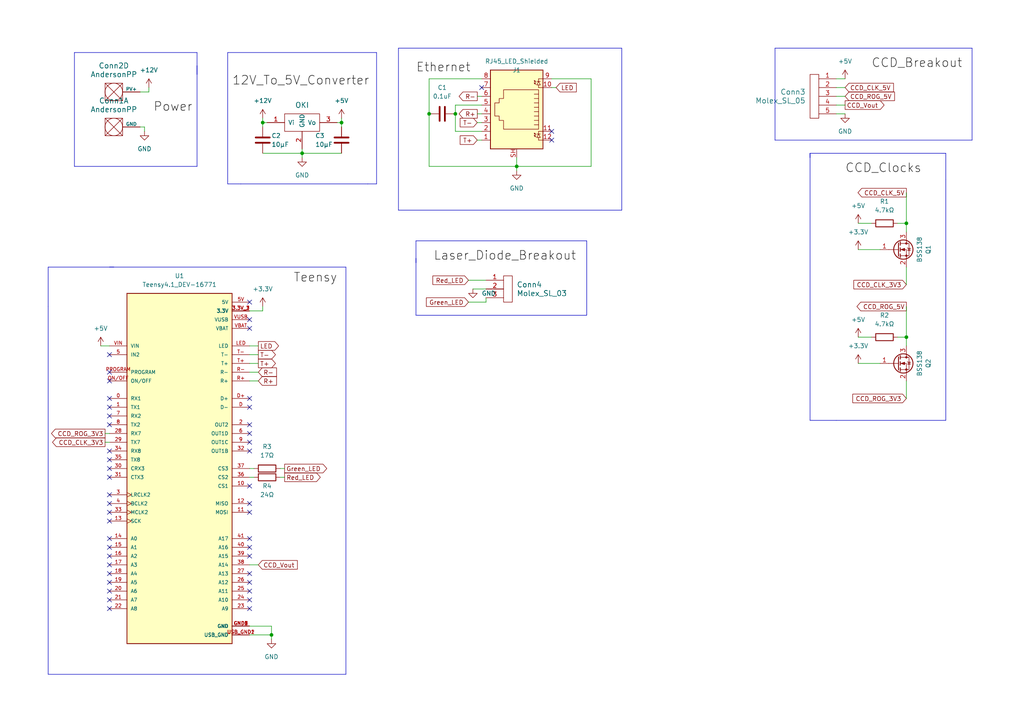
<source format=kicad_sch>
(kicad_sch (version 20230121) (generator eeschema)
  (paper "A4")
  (lib_symbols
    (symbol "Connector:RJ45_LED_Shielded" (pin_names (offset 1.016))
      (property "Reference" "J" (at -5.08 13.97 0))
      (property "Value" "RJ45_LED_Shielded" (at 1.27 13.97 0))
      (symbol "RJ45_LED_Shielded_0_1"
        (polyline (pts (xy -7.62 -7.62) (xy -6.35 -7.62)))
        (polyline (pts (xy -7.62 -5.08) (xy -6.35 -5.08)))
        (polyline (pts (xy -7.62 7.62) (xy -6.35 7.62)))
        (polyline (pts (xy -7.62 10.16) (xy -6.35 10.16)))
        (polyline (pts (xy -6.858 -5.842) (xy -5.842 -5.842)))
        (polyline (pts (xy -6.858 9.398) (xy -5.842 9.398)))
        (polyline (pts (xy -6.35 -7.62) (xy -6.35 -6.858)))
        (polyline (pts (xy -6.35 -5.08) (xy -6.35 -5.842)))
        (polyline (pts (xy -6.35 7.62) (xy -6.35 8.382)))
        (polyline (pts (xy -6.35 10.16) (xy -6.35 9.398)))
        (polyline (pts (xy -5.08 -6.223) (xy -5.207 -6.604)))
        (polyline (pts (xy -5.08 -5.588) (xy -5.207 -5.969)))
        (polyline (pts (xy -5.08 4.445) (xy -6.35 4.445)))
        (polyline (pts (xy -5.08 5.715) (xy -6.35 5.715)))
        (polyline (pts (xy -5.08 9.017) (xy -5.207 8.636)))
        (polyline (pts (xy -5.08 9.652) (xy -5.207 9.271)))
        (polyline (pts (xy -6.35 -3.175) (xy -5.08 -3.175) (xy -5.08 -3.175)))
        (polyline (pts (xy -6.35 -1.905) (xy -5.08 -1.905) (xy -5.08 -1.905)))
        (polyline (pts (xy -6.35 -0.635) (xy -5.08 -0.635) (xy -5.08 -0.635)))
        (polyline (pts (xy -6.35 0.635) (xy -5.08 0.635) (xy -5.08 0.635)))
        (polyline (pts (xy -6.35 1.905) (xy -5.08 1.905) (xy -5.08 1.905)))
        (polyline (pts (xy -5.588 -6.731) (xy -5.08 -6.223) (xy -5.461 -6.35)))
        (polyline (pts (xy -5.588 -6.096) (xy -5.08 -5.588) (xy -5.461 -5.715)))
        (polyline (pts (xy -5.588 8.509) (xy -5.08 9.017) (xy -5.461 8.89)))
        (polyline (pts (xy -5.588 9.144) (xy -5.08 9.652) (xy -5.461 9.525)))
        (polyline (pts (xy -5.08 3.175) (xy -6.35 3.175) (xy -6.35 3.175)))
        (polyline (pts (xy -6.35 -5.842) (xy -6.858 -6.858) (xy -5.842 -6.858) (xy -6.35 -5.842)))
        (polyline (pts (xy -6.35 9.398) (xy -6.858 8.382) (xy -5.842 8.382) (xy -6.35 9.398)))
        (polyline (pts (xy -6.35 -4.445) (xy -6.35 6.985) (xy 3.81 6.985) (xy 3.81 4.445) (xy 5.08 4.445) (xy 5.08 3.175) (xy 6.35 3.175) (xy 6.35 -0.635) (xy 5.08 -0.635) (xy 5.08 -1.905) (xy 3.81 -1.905) (xy 3.81 -4.445) (xy -6.35 -4.445) (xy -6.35 -4.445)))
        (rectangle (start 7.62 12.7) (end -7.62 -10.16) (stroke (width 0.254)) (fill (type background)))
      )
      (symbol "RJ45_LED_Shielded_1_1"
        (pin passive line (at 10.16 -7.62 180) (length 2.54) (name "~") (number "1"))
        (pin passive line (at -10.16 7.62 0) (length 2.54) (name "~") (number "10"))
        (pin passive line (at -10.16 -5.08 0) (length 2.54) (name "~") (number "11"))
        (pin passive line (at -10.16 -7.62 0) (length 2.54) (name "~") (number "12"))
        (pin passive line (at 10.16 -5.08 180) (length 2.54) (name "~") (number "2"))
        (pin passive line (at 10.16 -2.54 180) (length 2.54) (name "~") (number "3"))
        (pin passive line (at 10.16 0 180) (length 2.54) (name "~") (number "4"))
        (pin passive line (at 10.16 2.54 180) (length 2.54) (name "~") (number "5"))
        (pin passive line (at 10.16 5.08 180) (length 2.54) (name "~") (number "6"))
        (pin passive line (at 10.16 7.62 180) (length 2.54) (name "~") (number "7"))
        (pin passive line (at 10.16 10.16 180) (length 2.54) (name "~") (number "8"))
        (pin passive line (at -10.16 10.16 0) (length 2.54) (name "~") (number "9"))
        (pin passive line (at 0 -12.7 90) (length 2.54) (name "~") (number "SH"))
      )
    )
    (symbol "Device:C" (pin_numbers hide) (pin_names (offset 0.254))
      (property "Reference" "C" (at 0.635 2.54 0))
      (property "Value" "C" (at 0.635 -2.54 0))
      (symbol "C_0_1"
        (polyline (pts (xy -2.032 -0.762) (xy 2.032 -0.762)) (stroke (width 0.508)))
        (polyline (pts (xy -2.032 0.762) (xy 2.032 0.762)) (stroke (width 0.508)))
      )
      (symbol "C_1_1"
        (pin passive line (at 0 3.81 270) (length 2.794) (name "~") (number "1"))
        (pin passive line (at 0 -3.81 90) (length 2.794) (name "~") (number "2"))
      )
    )
    (symbol "Device:R" (pin_numbers hide) (pin_names (offset 0))
      (property "Reference" "R" (at 2.032 0 90))
      (property "Value" "R" (at 0 0 90))
      (symbol "R_0_1"
        (rectangle (start -1.016 -2.54) (end 1.016 2.54) (stroke (width 0.254)))
      )
      (symbol "R_1_1"
        (pin passive line (at 0 3.81 270) (length 1.27) (name "~") (number "1"))
        (pin passive line (at 0 -3.81 90) (length 1.27) (name "~") (number "2"))
      )
    )
    (symbol "MRDT_Connectors:AndersonPP" (pin_numbers hide) (pin_names (offset 0))
      (property "Reference" "Conn" (at 3.81 -1.27 0))
      (property "Value" "AndersonPP" (at 2.54 6.35 0))
      (symbol "AndersonPP_0_1"
        (polyline (pts (xy 0 5.08) (xy 5.08 0)))
        (polyline (pts (xy 5.08 5.08) (xy 0 0)))
        (rectangle (start 0 0) (end 5.08 5.08))
        (circle (center 2.54 2.54) (radius 2.54))
      )
      (symbol "AndersonPP_1_1"
        (pin input line (at 10.16 2.54 180) (length 5.08) (name "GND") (number "1"))
      )
      (symbol "AndersonPP_2_1"
        (pin input line (at 10.16 2.54 180) (length 5.08) (name "V+Log") (number "2"))
      )
      (symbol "AndersonPP_3_1"
        (pin input line (at 10.16 2.54 180) (length 5.08) (name "V+Act") (number "3"))
      )
      (symbol "AndersonPP_4_1"
        (pin input line (at 10.16 2.54 180) (length 5.08) (name "PV+") (number "4"))
      )
      (symbol "AndersonPP_5_1"
        (pin input line (at 10.16 2.54 180) (length 5.08) (name "~") (number "1"))
      )
    )
    (symbol "MRDT_Connectors:Molex_SL_03" (pin_names (offset 1.016))
      (property "Reference" "Conn" (at 3.81 -1.27 0))
      (property "Value" "Molex_SL_03" (at 1.27 8.89 0))
      (symbol "Molex_SL_03_0_1"
        (rectangle (start 0 7.62) (end 2.54 0))
      )
      (symbol "Molex_SL_03_1_1"
        (pin input line (at -5.08 6.35 0) (length 5.08) (name "~") (number "1"))
        (pin input line (at -5.08 3.81 0) (length 5.08) (name "~") (number "2"))
        (pin input line (at -5.08 1.27 0) (length 5.08) (name "~") (number "3"))
      )
    )
    (symbol "MRDT_Connectors:Molex_SL_05" (pin_names (offset 1.016))
      (property "Reference" "Conn" (at 3.81 -1.27 0))
      (property "Value" "Molex_SL_05" (at 1.27 13.97 0))
      (symbol "Molex_SL_05_0_1"
        (rectangle (start 0 12.7) (end 2.54 0))
      )
      (symbol "Molex_SL_05_1_1"
        (pin input line (at -5.08 11.43 0) (length 5.08) (name "~") (number "1"))
        (pin input line (at -5.08 8.89 0) (length 5.08) (name "~") (number "2"))
        (pin input line (at -5.08 6.35 0) (length 5.08) (name "~") (number "3"))
        (pin input line (at -5.08 3.81 0) (length 5.08) (name "~") (number "4"))
        (pin input line (at -5.08 1.27 0) (length 5.08) (name "~") (number "5"))
      )
    )
    (symbol "MRDT_Devices:OKI" (pin_names (offset 1.016))
      (property "Value" "OKI" (at 5.08 6.35 0))
      (symbol "OKI_0_1"
        (rectangle (start 0 0) (end 10.16 5.08))
      )
      (symbol "OKI_1_1"
        (pin input line (at -5.08 2.54 0) (length 5.08) (name "Vi") (number "1"))
        (pin output line (at 5.08 -5.08 90) (length 5.08) (name "GND") (number "2"))
        (pin output line (at 15.24 2.54 180) (length 5.08) (name "Vo") (number "3"))
      )
    )
    (symbol "MRDT_Shields:Teensy4.1_DEV-16771" (pin_names (offset 1.016))
      (property "Reference" "U" (at -15.24 52.07 0))
      (property "Value" "Teensy4.1_DEV-16771" (at -15.24 -53.34 0))
      (symbol "Teensy4.1_DEV-16771_0_0"
        (rectangle (start -15.24 -50.8) (end 15.24 50.8) (stroke (width 0.254)) (fill (type background)))
        (pin bidirectional line (at -20.32 20.32 0) (length 5.08) (name "RX1") (number "0"))
        (pin bidirectional line (at -20.32 17.78 0) (length 5.08) (name "TX1") (number "1"))
        (pin bidirectional line (at 20.32 -5.08 180) (length 5.08) (name "CS1") (number "10"))
        (pin bidirectional line (at 20.32 -12.7 180) (length 5.08) (name "MOSI") (number "11"))
        (pin bidirectional line (at 20.32 -10.16 180) (length 5.08) (name "MISO") (number "12"))
        (pin bidirectional clock (at -20.32 -15.24 0) (length 5.08) (name "SCK") (number "13"))
        (pin bidirectional line (at -20.32 -20.32 0) (length 5.08) (name "A0") (number "14"))
        (pin bidirectional line (at -20.32 -22.86 0) (length 5.08) (name "A1") (number "15"))
        (pin bidirectional line (at -20.32 -25.4 0) (length 5.08) (name "A2") (number "16"))
        (pin bidirectional line (at -20.32 -27.94 0) (length 5.08) (name "A3") (number "17"))
        (pin bidirectional line (at -20.32 -30.48 0) (length 5.08) (name "A4") (number "18"))
        (pin bidirectional line (at -20.32 -33.02 0) (length 5.08) (name "A5") (number "19"))
        (pin output line (at 20.32 12.7 180) (length 5.08) (name "OUT2") (number "2"))
        (pin bidirectional line (at -20.32 -35.56 0) (length 5.08) (name "A6") (number "20"))
        (pin bidirectional line (at -20.32 -38.1 0) (length 5.08) (name "A7") (number "21"))
        (pin bidirectional line (at -20.32 -40.64 0) (length 5.08) (name "A8") (number "22"))
        (pin bidirectional line (at 20.32 -40.64 180) (length 5.08) (name "A9") (number "23"))
        (pin bidirectional line (at 20.32 -38.1 180) (length 5.08) (name "A10") (number "24"))
        (pin bidirectional line (at 20.32 -35.56 180) (length 5.08) (name "A11") (number "25"))
        (pin bidirectional line (at 20.32 -33.02 180) (length 5.08) (name "A12") (number "26"))
        (pin bidirectional line (at 20.32 -30.48 180) (length 5.08) (name "A13") (number "27"))
        (pin bidirectional line (at -20.32 10.16 0) (length 5.08) (name "RX7") (number "28"))
        (pin bidirectional line (at -20.32 7.62 0) (length 5.08) (name "TX7") (number "29"))
        (pin bidirectional clock (at -20.32 -7.62 0) (length 5.08) (name "LRCLK2") (number "3"))
        (pin power_in line (at 20.32 45.72 180) (length 5.08) (name "3.3V") (number "3.3V_1"))
        (pin power_in line (at 20.32 45.72 180) (length 5.08) (name "3.3V") (number "3.3V_2"))
        (pin power_in line (at 20.32 45.72 180) (length 5.08) (name "3.3V") (number "3.3V_3"))
        (pin bidirectional line (at -20.32 0 0) (length 5.08) (name "CRX3") (number "30"))
        (pin bidirectional line (at -20.32 -2.54 0) (length 5.08) (name "CTX3") (number "31"))
        (pin output line (at 20.32 5.08 180) (length 5.08) (name "OUT1B") (number "32"))
        (pin bidirectional clock (at -20.32 -12.7 0) (length 5.08) (name "MCLK2") (number "33"))
        (pin bidirectional line (at -20.32 5.08 0) (length 5.08) (name "RX8") (number "34"))
        (pin bidirectional line (at -20.32 2.54 0) (length 5.08) (name "TX8") (number "35"))
        (pin bidirectional line (at 20.32 -2.54 180) (length 5.08) (name "CS2") (number "36"))
        (pin bidirectional line (at 20.32 0 180) (length 5.08) (name "CS3") (number "37"))
        (pin bidirectional line (at 20.32 -27.94 180) (length 5.08) (name "A14") (number "38"))
        (pin bidirectional line (at 20.32 -25.4 180) (length 5.08) (name "A15") (number "39"))
        (pin bidirectional clock (at -20.32 -10.16 0) (length 5.08) (name "BCLK2") (number "4"))
        (pin bidirectional line (at 20.32 -22.86 180) (length 5.08) (name "A16") (number "40"))
        (pin bidirectional line (at 20.32 -20.32 180) (length 5.08) (name "A17") (number "41"))
        (pin bidirectional line (at -20.32 33.02 0) (length 5.08) (name "IN2") (number "5"))
        (pin power_in line (at 20.32 48.26 180) (length 5.08) (name "5V") (number "5V"))
        (pin output line (at 20.32 10.16 180) (length 5.08) (name "OUT1D") (number "6"))
        (pin bidirectional line (at -20.32 15.24 0) (length 5.08) (name "RX2") (number "7"))
        (pin bidirectional line (at -20.32 12.7 0) (length 5.08) (name "TX2") (number "8"))
        (pin output line (at 20.32 7.62 180) (length 5.08) (name "OUT1C") (number "9"))
        (pin bidirectional line (at 20.32 17.78 180) (length 5.08) (name "D-") (number "D"))
        (pin bidirectional line (at 20.32 20.32 180) (length 5.08) (name "D+") (number "D+"))
        (pin power_in line (at 20.32 -45.72 180) (length 5.08) (name "GND") (number "GND1"))
        (pin power_in line (at 20.32 -45.72 180) (length 5.08) (name "GND") (number "GND2"))
        (pin power_in line (at 20.32 -45.72 180) (length 5.08) (name "GND") (number "GND3"))
        (pin power_in line (at 20.32 -45.72 180) (length 5.08) (name "GND") (number "GND4"))
        (pin power_in line (at 20.32 -45.72 180) (length 5.08) (name "GND") (number "GND5"))
        (pin bidirectional line (at 20.32 35.56 180) (length 5.08) (name "LED") (number "LED"))
        (pin bidirectional line (at -20.32 25.4 0) (length 5.08) (name "ON/OFF") (number "ON/OFF"))
        (pin bidirectional line (at -20.32 27.94 0) (length 5.08) (name "PROGRAM") (number "PROGRAM"))
        (pin bidirectional line (at 20.32 25.4 180) (length 5.08) (name "R+") (number "R+"))
        (pin bidirectional line (at 20.32 27.94 180) (length 5.08) (name "R-") (number "R-"))
        (pin bidirectional line (at 20.32 30.48 180) (length 5.08) (name "T+") (number "T+"))
        (pin bidirectional line (at 20.32 33.02 180) (length 5.08) (name "T-") (number "T-"))
        (pin power_in line (at 20.32 -48.26 180) (length 5.08) (name "USB_GND") (number "USB_GND1"))
        (pin power_in line (at 20.32 -48.26 180) (length 5.08) (name "USB_GND") (number "USB_GND2"))
        (pin passive line (at 20.32 40.64 180) (length 5.08) (name "VBAT") (number "VBAT"))
        (pin input line (at -20.32 35.56 0) (length 5.08) (name "VIN") (number "VIN"))
        (pin passive line (at 20.32 43.18 180) (length 5.08) (name "VUSB") (number "VUSB"))
      )
    )
    (symbol "Transistor_FET:BSS138" (pin_names hide)
      (property "Reference" "Q" (at 5.08 1.905 0))
      (property "Value" "BSS138" (at 5.08 0 0))
      (symbol "BSS138_0_1"
        (polyline (pts (xy 0.254 0) (xy -2.54 0)))
        (polyline (pts (xy 0.254 1.905) (xy 0.254 -1.905)) (stroke (width 0.254)))
        (polyline (pts (xy 0.762 -1.27) (xy 0.762 -2.286)) (stroke (width 0.254)))
        (polyline (pts (xy 0.762 0.508) (xy 0.762 -0.508)) (stroke (width 0.254)))
        (polyline (pts (xy 0.762 2.286) (xy 0.762 1.27)) (stroke (width 0.254)))
        (polyline (pts (xy 2.54 2.54) (xy 2.54 1.778)))
        (polyline (pts (xy 2.54 -2.54) (xy 2.54 0) (xy 0.762 0)))
        (polyline (pts (xy 0.762 -1.778) (xy 3.302 -1.778) (xy 3.302 1.778) (xy 0.762 1.778)))
        (polyline (pts (xy 1.016 0) (xy 2.032 0.381) (xy 2.032 -0.381) (xy 1.016 0)) (fill (type outline)))
        (polyline (pts (xy 2.794 0.508) (xy 2.921 0.381) (xy 3.683 0.381) (xy 3.81 0.254)))
        (polyline (pts (xy 3.302 0.381) (xy 2.921 -0.254) (xy 3.683 -0.254) (xy 3.302 0.381)))
        (circle (center 1.651 0) (radius 2.794) (stroke (width 0.254)))
        (circle (center 2.54 -1.778) (radius 0.254) (fill (type outline)))
        (circle (center 2.54 1.778) (radius 0.254) (fill (type outline)))
      )
      (symbol "BSS138_1_1"
        (pin input line (at -5.08 0 0) (length 2.54) (name "G") (number "1"))
        (pin passive line (at 2.54 -5.08 90) (length 2.54) (name "S") (number "2"))
        (pin passive line (at 2.54 5.08 270) (length 2.54) (name "D") (number "3"))
      )
    )
    (symbol "power:+12V" (power) (pin_names (offset 0))
      (property "Value" "+12V" (at 0 3.556 0))
      (symbol "+12V_0_1"
        (polyline (pts (xy -0.762 1.27) (xy 0 2.54)))
        (polyline (pts (xy 0 0) (xy 0 2.54)))
        (polyline (pts (xy 0 2.54) (xy 0.762 1.27)))
      )
      (symbol "+12V_1_1"
        (pin power_in line (at 0 0 90) (length 0) hide (name "+12V") (number "1"))
      )
    )
    (symbol "power:+3.3V" (power) (pin_names (offset 0))
      (property "Value" "+3.3V" (at 0 3.556 0))
      (symbol "+3.3V_0_1"
        (polyline (pts (xy -0.762 1.27) (xy 0 2.54)))
        (polyline (pts (xy 0 0) (xy 0 2.54)))
        (polyline (pts (xy 0 2.54) (xy 0.762 1.27)))
      )
      (symbol "+3.3V_1_1"
        (pin power_in line (at 0 0 90) (length 0) hide (name "+3.3V") (number "1"))
      )
    )
    (symbol "power:+5V" (power) (pin_names (offset 0))
      (property "Value" "+5V" (at 0 3.556 0))
      (symbol "+5V_0_1"
        (polyline (pts (xy -0.762 1.27) (xy 0 2.54)))
        (polyline (pts (xy 0 0) (xy 0 2.54)))
        (polyline (pts (xy 0 2.54) (xy 0.762 1.27)))
      )
      (symbol "+5V_1_1"
        (pin power_in line (at 0 0 90) (length 0) hide (name "+5V") (number "1"))
      )
    )
    (symbol "power:GND" (power) (pin_names (offset 0))
      (property "Value" "GND" (at 0 -3.81 0))
      (symbol "GND_0_1"
        (polyline (pts (xy 0 0) (xy 0 -1.27) (xy 1.27 -1.27) (xy 0 -2.54) (xy -1.27 -1.27) (xy 0 -1.27)))
      )
      (symbol "GND_1_1"
        (pin power_in line (at 0 0 270) (length 0) hide (name "GND") (number "1"))
      )
    )
  )
  (junction (at 78.74 184.15))
  (junction (at 149.86 48.26))
  (junction (at 99.06 35.56))
  (junction (at 124.46 33.02))
  (junction (at 262.89 97.79))
  (junction (at 132.08 33.02))
  (junction (at 262.89 64.77))
  (junction (at 76.2 35.56))
  (junction (at 87.63 44.45))
  (no_connect (at 72.39 156.21))
  (no_connect (at 72.39 87.63))
  (no_connect (at 72.39 171.45))
  (no_connect (at 31.75 171.45))
  (no_connect (at 31.75 133.35))
  (no_connect (at 31.75 120.65))
  (no_connect (at 31.75 151.13))
  (no_connect (at 72.39 125.73))
  (no_connect (at 31.75 176.53))
  (no_connect (at 31.75 146.05))
  (no_connect (at 31.75 123.19))
  (no_connect (at 160.02 38.1))
  (no_connect (at 72.39 123.19))
  (no_connect (at 31.75 158.75))
  (no_connect (at 31.75 110.49))
  (no_connect (at 72.39 140.97))
  (no_connect (at 139.7 25.4))
  (no_connect (at 31.75 161.29))
  (no_connect (at 31.75 130.81))
  (no_connect (at 31.75 118.11))
  (no_connect (at 31.75 107.95))
  (no_connect (at 72.39 173.99))
  (no_connect (at 72.39 176.53))
  (no_connect (at 72.39 92.71))
  (no_connect (at 72.39 146.05))
  (no_connect (at 31.75 143.51))
  (no_connect (at 72.39 158.75))
  (no_connect (at 31.75 163.83))
  (no_connect (at 31.75 138.43))
  (no_connect (at 31.75 115.57))
  (no_connect (at 72.39 95.25))
  (no_connect (at 31.75 156.21))
  (no_connect (at 31.75 148.59))
  (no_connect (at 31.75 168.91))
  (no_connect (at 31.75 173.99))
  (no_connect (at 72.39 168.91))
  (no_connect (at 72.39 118.11))
  (no_connect (at 31.75 102.87))
  (no_connect (at 72.39 115.57))
  (no_connect (at 72.39 161.29))
  (no_connect (at 72.39 166.37))
  (no_connect (at 72.39 130.81))
  (no_connect (at 72.39 148.59))
  (no_connect (at 72.39 128.27))
  (no_connect (at 160.02 40.64))
  (no_connect (at 31.75 166.37))
  (no_connect (at 31.75 135.89))
  (polyline (pts (xy 13.97 88.9) (xy 13.97 77.47)))
  (polyline (pts (xy 109.22 53.34) (xy 109.22 15.24)))
  (wire (pts (xy 135.89 81.28) (xy 140.97 81.28)))
  (wire (pts (xy 171.45 22.86) (xy 171.45 48.26)))
  (polyline (pts (xy 120.65 69.85) (xy 120.65 76.2)))
  (wire (pts (xy 149.86 45.72) (xy 149.86 48.26)))
  (polyline (pts (xy 274.32 52.07) (xy 274.32 44.45)))
  (wire (pts (xy 87.63 44.45) (xy 87.63 45.72)))
  (wire (pts (xy 87.63 43.18) (xy 87.63 44.45)))
  (wire (pts (xy 248.92 97.79) (xy 252.73 97.79)))
  (wire (pts (xy 138.43 35.56) (xy 139.7 35.56)))
  (polyline (pts (xy 13.97 195.58) (xy 100.33 195.58)))
  (wire (pts (xy 132.08 30.48) (xy 132.08 33.02)))
  (wire (pts (xy 40.64 36.83) (xy 41.91 36.83)))
  (wire (pts (xy 72.39 184.15) (xy 78.74 184.15)))
  (wire (pts (xy 160.02 22.86) (xy 171.45 22.86)))
  (polyline (pts (xy 109.22 15.24) (xy 66.04 15.24)))
  (wire (pts (xy 76.2 88.9) (xy 76.2 90.17)))
  (polyline (pts (xy 66.04 15.24) (xy 66.04 53.34)))
  (polyline (pts (xy 180.34 13.97) (xy 180.34 60.96)))
  (wire (pts (xy 260.35 97.79) (xy 262.89 97.79)))
  (wire (pts (xy 242.57 22.86) (xy 245.11 22.86)))
  (wire (pts (xy 82.55 135.89) (xy 81.28 135.89)))
  (polyline (pts (xy 106.68 53.34) (xy 109.22 53.34)))
  (wire (pts (xy 29.21 100.33) (xy 31.75 100.33)))
  (polyline (pts (xy 57.15 19.05) (xy 57.15 48.26)))
  (wire (pts (xy 132.08 33.02) (xy 132.08 38.1)))
  (wire (pts (xy 72.39 181.61) (xy 78.74 181.61)))
  (wire (pts (xy 72.39 105.41) (xy 74.93 105.41)))
  (wire (pts (xy 135.89 87.63) (xy 140.97 87.63)))
  (wire (pts (xy 262.89 110.49) (xy 262.89 115.57)))
  (wire (pts (xy 72.39 110.49) (xy 74.93 110.49)))
  (polyline (pts (xy 120.65 74.93) (xy 120.65 91.44)))
  (wire (pts (xy 30.48 128.27) (xy 31.75 128.27)))
  (polyline (pts (xy 274.32 121.92) (xy 274.32 52.07)))
  (wire (pts (xy 160.02 25.4) (xy 161.29 25.4)))
  (polyline (pts (xy 224.79 40.64) (xy 224.79 13.97)))
  (polyline (pts (xy 57.15 48.26) (xy 21.59 48.26)))
  (wire (pts (xy 43.18 26.67) (xy 43.18 25.4)))
  (wire (pts (xy 138.43 27.94) (xy 139.7 27.94)))
  (wire (pts (xy 40.64 26.67) (xy 43.18 26.67)))
  (wire (pts (xy 82.55 138.43) (xy 81.28 138.43)))
  (polyline (pts (xy 13.97 77.47) (xy 33.02 77.47)))
  (polyline (pts (xy 170.18 69.85) (xy 120.65 69.85)))
  (wire (pts (xy 262.89 55.88) (xy 262.89 64.77)))
  (wire (pts (xy 76.2 35.56) (xy 77.47 35.56)))
  (wire (pts (xy 76.2 35.56) (xy 76.2 36.83)))
  (wire (pts (xy 124.46 48.26) (xy 149.86 48.26)))
  (polyline (pts (xy 21.59 48.26) (xy 21.59 15.24)))
  (polyline (pts (xy 242.57 121.92) (xy 274.32 121.92)))
  (wire (pts (xy 78.74 184.15) (xy 78.74 185.42)))
  (wire (pts (xy 242.57 33.02) (xy 245.11 33.02)))
  (polyline (pts (xy 274.32 44.45) (xy 273.05 44.45)))
  (wire (pts (xy 242.57 27.94) (xy 245.11 27.94)))
  (wire (pts (xy 149.86 48.26) (xy 149.86 49.53)))
  (wire (pts (xy 87.63 44.45) (xy 99.06 44.45)))
  (wire (pts (xy 137.16 83.82) (xy 140.97 83.82)))
  (polyline (pts (xy 13.97 88.9) (xy 13.97 195.58)))
  (wire (pts (xy 76.2 44.45) (xy 87.63 44.45)))
  (wire (pts (xy 262.89 88.9) (xy 262.89 97.79)))
  (wire (pts (xy 72.39 100.33) (xy 74.93 100.33)))
  (wire (pts (xy 72.39 163.83) (xy 74.93 163.83)))
  (wire (pts (xy 41.91 36.83) (xy 41.91 38.1)))
  (polyline (pts (xy 115.57 13.97) (xy 115.57 60.96)))
  (wire (pts (xy 76.2 90.17) (xy 72.39 90.17)))
  (polyline (pts (xy 274.32 44.45) (xy 234.95 44.45)))
  (polyline (pts (xy 21.59 15.24) (xy 57.15 15.24)))
  (polyline (pts (xy 120.65 91.44) (xy 170.18 91.44)))
  (wire (pts (xy 138.43 40.64) (xy 139.7 40.64)))
  (polyline (pts (xy 115.57 13.97) (xy 180.34 13.97)))
  (wire (pts (xy 72.39 135.89) (xy 73.66 135.89)))
  (wire (pts (xy 97.79 35.56) (xy 99.06 35.56)))
  (polyline (pts (xy 69.85 53.34) (xy 106.68 53.34)))
  (wire (pts (xy 76.2 34.29) (xy 76.2 35.56)))
  (polyline (pts (xy 180.34 60.96) (xy 115.57 60.96)))
  (wire (pts (xy 242.57 30.48) (xy 245.11 30.48)))
  (wire (pts (xy 262.89 64.77) (xy 262.89 67.31)))
  (polyline (pts (xy 234.95 121.92) (xy 242.57 121.92)))
  (wire (pts (xy 242.57 25.4) (xy 245.11 25.4)))
  (polyline (pts (xy 57.15 15.24) (xy 57.15 21.59)))
  (wire (pts (xy 262.89 97.79) (xy 262.89 100.33)))
  (wire (pts (xy 140.97 87.63) (xy 140.97 86.36)))
  (wire (pts (xy 72.39 107.95) (xy 74.93 107.95)))
  (wire (pts (xy 72.39 102.87) (xy 74.93 102.87)))
  (wire (pts (xy 248.92 72.39) (xy 255.27 72.39)))
  (polyline (pts (xy 234.95 44.45) (xy 234.95 45.72)))
  (polyline (pts (xy 100.33 195.58) (xy 100.33 77.47)))
  (wire (pts (xy 248.92 105.41) (xy 255.27 105.41)))
  (polyline (pts (xy 281.94 13.97) (xy 281.94 40.64)))
  (polyline (pts (xy 224.79 13.97) (xy 226.06 13.97)))
  (wire (pts (xy 248.92 64.77) (xy 252.73 64.77)))
  (polyline (pts (xy 281.94 40.64) (xy 224.79 40.64)))
  (wire (pts (xy 124.46 22.86) (xy 124.46 33.02)))
  (wire (pts (xy 138.43 33.02) (xy 139.7 33.02)))
  (wire (pts (xy 124.46 33.02) (xy 124.46 48.26)))
  (polyline (pts (xy 170.18 91.44) (xy 170.18 69.85)))
  (wire (pts (xy 78.74 181.61) (xy 78.74 184.15)))
  (polyline (pts (xy 226.06 13.97) (xy 281.94 13.97)))
  (wire (pts (xy 99.06 35.56) (xy 99.06 34.29)))
  (wire (pts (xy 260.35 64.77) (xy 262.89 64.77)))
  (wire (pts (xy 262.89 77.47) (xy 262.89 82.55)))
  (wire (pts (xy 149.86 48.26) (xy 171.45 48.26)))
  (polyline (pts (xy 100.33 77.47) (xy 31.75 77.47)))
  (wire (pts (xy 139.7 30.48) (xy 132.08 30.48)))
  (wire (pts (xy 72.39 138.43) (xy 73.66 138.43)))
  (wire (pts (xy 99.06 35.56) (xy 99.06 36.83)))
  (wire (pts (xy 139.7 38.1) (xy 132.08 38.1)))
  (polyline (pts (xy 234.95 44.45) (xy 234.95 121.92)))
  (wire (pts (xy 124.46 22.86) (xy 139.7 22.86)))
  (wire (pts (xy 30.48 125.73) (xy 31.75 125.73)))
  (polyline (pts (xy 66.04 53.34) (xy 69.85 53.34)))
  (label "Laser_Diode_Breakout" (at 125.73 76.2 0) (effects (font (size 2.54 2.54))))
  (label "CCD_Clocks" (at 245.11 50.8 0) (effects (font (size 2.54 2.54))))
  (label "Teensy" (at 85.09 82.55 0) (effects (font (size 2.54 2.54))))
  (label "CCD_Breakout" (at 252.73 20.32 0) (effects (font (size 2.54 2.54))))
  (label "Ethernet" (at 120.65 21.59 0) (effects (font (size 2.54 2.54))))
  (label "Power" (at 44.45 33.02 0) (effects (font (size 2.54 2.54))))
  (label "12V_To_5V_Converter" (at 67.31 25.4 0) (effects (font (size 2.54 2.54))))
  (global_label "Green_LED" (shape input) (at 135.89 87.63 180) (property "Intersheetrefs" "${INTERSHEET_REFS}" (effects hide)))
  (global_label "R-" (shape input) (at 74.93 107.95 0) (property "Intersheetrefs" "${INTERSHEET_REFS}" (effects hide)))
  (global_label "CCD_CLK_5V" (shape output) (at 262.89 55.88 180) (property "Intersheetrefs" "${INTERSHEET_REFS}" (effects hide)))
  (global_label "LED" (shape input) (at 161.29 25.4 0) (property "Intersheetrefs" "${INTERSHEET_REFS}" (effects hide)))
  (global_label "CCD_ROG_3V3" (shape output) (at 30.48 125.73 180) (property "Intersheetrefs" "${INTERSHEET_REFS}" (effects hide)))
  (global_label "T-" (shape output) (at 74.93 102.87 0) (property "Intersheetrefs" "${INTERSHEET_REFS}" (effects hide)))
  (global_label "CCD_CLK_3V3" (shape input) (at 262.89 82.55 180) (property "Intersheetrefs" "${INTERSHEET_REFS}" (effects hide)))
  (global_label "Green_LED" (shape output) (at 82.55 135.89 0) (property "Intersheetrefs" "${INTERSHEET_REFS}" (effects hide)))
  (global_label "CCD_ROG_3V3" (shape input) (at 262.89 115.57 180) (property "Intersheetrefs" "${INTERSHEET_REFS}" (effects hide)))
  (global_label "CCD_CLK_3V3" (shape output) (at 30.48 128.27 180) (property "Intersheetrefs" "${INTERSHEET_REFS}" (effects hide)))
  (global_label "CCD_CLK_5V" (shape input) (at 245.11 25.4 0) (property "Intersheetrefs" "${INTERSHEET_REFS}" (effects hide)))
  (global_label "CCD_Vout" (shape input) (at 74.93 163.83 0) (property "Intersheetrefs" "${INTERSHEET_REFS}" (effects hide)))
  (global_label "LED" (shape output) (at 74.93 100.33 0) (property "Intersheetrefs" "${INTERSHEET_REFS}" (effects hide)))
  (global_label "T+" (shape output) (at 74.93 105.41 0) (property "Intersheetrefs" "${INTERSHEET_REFS}" (effects hide)))
  (global_label "CCD_ROG_5V" (shape input) (at 245.11 27.94 0) (property "Intersheetrefs" "${INTERSHEET_REFS}" (effects hide)))
  (global_label "R+" (shape input) (at 74.93 110.49 0) (property "Intersheetrefs" "${INTERSHEET_REFS}" (effects hide)))
  (global_label "T-" (shape input) (at 138.43 35.56 180) (property "Intersheetrefs" "${INTERSHEET_REFS}" (effects hide)))
  (global_label "T+" (shape input) (at 138.43 40.64 180) (property "Intersheetrefs" "${INTERSHEET_REFS}" (effects hide)))
  (global_label "R-" (shape output) (at 138.43 27.94 180) (property "Intersheetrefs" "${INTERSHEET_REFS}" (effects hide)))
  (global_label "CCD_ROG_5V" (shape output) (at 262.89 88.9 180) (property "Intersheetrefs" "${INTERSHEET_REFS}" (effects hide)))
  (global_label "CCD_Vout" (shape output) (at 245.11 30.48 0) (property "Intersheetrefs" "${INTERSHEET_REFS}" (effects hide)))
  (global_label "Red_LED" (shape output) (at 82.55 138.43 0) (property "Intersheetrefs" "${INTERSHEET_REFS}" (effects hide)))
  (global_label "R+" (shape output) (at 138.43 33.02 180) (property "Intersheetrefs" "${INTERSHEET_REFS}" (effects hide)))
  (global_label "Red_LED" (shape input) (at 135.89 81.28 180) (property "Intersheetrefs" "${INTERSHEET_REFS}" (effects hide)))
  (symbol (lib_id "MRDT_Shields:Teensy4.1_DEV-16771") (at 52.07 135.89 0) (unit 1)
    (property "Reference" "U1" (at 52.07 80.01 0))
    (property "Value" "Teensy4.1_DEV-16771" (at 52.07 82.55 0))
    (property "Footprint" "MRDT_Shields:Teensy_4_1_Ethernet" (effects hide))
    (property "STANDARD" "Manufacturer recommendations" (effects hide))
    (property "MAXIMUM_PACKAGE_HEIGHT" "4.07mm" (effects hide))
    (property "MANUFACTURER" "SparkFun Electronics" (effects hide))
    (property "PARTREV" "4.1" (effects hide))
  )
  (symbol (lib_id "MRDT_Connectors:Molex_SL_03") (at 146.05 87.63 0) (unit 1)
    (property "Reference" "Conn4" (at 149.86 82.55 0) (effects (font (size 1.524 1.524)) (justify left)))
    (property "Value" "Molex_SL_03" (at 149.86 85.09 0) (effects (font (size 1.524 1.524)) (justify left)))
  )
  (symbol (lib_id "Device:C") (at 128.27 33.02 270) (unit 1)
    (property "Reference" "C1" (at 128.27 25.4 90))
    (property "Value" "0.1uF" (at 128.27 27.94 90))
    (property "Footprint" "Capacitor_SMD:C_0603_1608Metric_Pad1.08x0.95mm_HandSolder" (effects hide))
  )
  (symbol (lib_id "power:+5V") (at 29.21 100.33 0) (unit 1)
    (property "Reference" "#PWR010" (effects hide))
    (property "Value" "+5V" (at 29.21 95.25 0))
  )
  (symbol (lib_id "Device:R") (at 77.47 135.89 90) (unit 1)
    (property "Reference" "R3" (at 77.47 129.54 90))
    (property "Value" "17Ω" (at 77.47 132.08 90))
  )
  (symbol (lib_id "power:GND") (at 149.86 49.53 0) (unit 1)
    (property "Reference" "#PWR04" (effects hide))
    (property "Value" "GND" (at 149.86 54.61 0))
  )
  (symbol (lib_id "power:+5V") (at 99.06 34.29 0) (unit 1)
    (property "Reference" "#PWR014" (effects hide))
    (property "Value" "+5V" (at 99.06 29.21 0))
  )
  (symbol (lib_id "power:GND") (at 41.91 38.1 0) (unit 1)
    (property "Reference" "#PWR02" (effects hide))
    (property "Value" "GND" (at 41.91 43.18 0))
  )
  (symbol (lib_id "MRDT_Connectors:AndersonPP") (at 30.48 39.37 0) (unit 1)
    (property "Reference" "Conn1" (at 33.02 29.21 0) (effects (font (size 1.524 1.524))))
    (property "Value" "AndersonPP" (at 33.02 31.75 0) (effects (font (size 1.524 1.524))))
  )
  (symbol (lib_id "Transistor_FET:BSS138") (at 260.35 105.41 0) (unit 1)
    (property "Reference" "Q2" (at 269.24 105.41 90))
    (property "Value" "BSS138" (at 266.7 105.41 90))
    (property "Footprint" "Package_TO_SOT_SMD:SOT-23" (effects hide))
    (property "Datasheet" "https://www.onsemi.com/pub/Collateral/BSS138-D.PDF" (effects hide))
  )
  (symbol (lib_id "Device:R") (at 77.47 138.43 90) (unit 1)
    (property "Reference" "R4" (at 77.47 140.97 90))
    (property "Value" "24Ω" (at 77.47 143.51 90))
  )
  (symbol (lib_id "power:+3.3V") (at 248.92 105.41 0) (unit 1)
    (property "Reference" "#PWR09" (effects hide))
    (property "Value" "+3.3V" (at 248.92 100.33 0))
  )
  (symbol (lib_id "power:GND") (at 78.74 185.42 0) (unit 1)
    (property "Reference" "#PWR01" (effects hide))
    (property "Value" "GND" (at 78.74 190.5 0))
  )
  (symbol (lib_id "power:GND") (at 87.63 45.72 0) (unit 1)
    (property "Reference" "#PWR015" (effects hide))
    (property "Value" "GND" (at 87.63 50.8 0))
  )
  (symbol (lib_id "power:+12V") (at 76.2 34.29 0) (unit 1)
    (property "Reference" "#PWR013" (effects hide))
    (property "Value" "+12V" (at 76.2 29.21 0))
  )
  (symbol (lib_id "MRDT_Devices:OKI") (at 82.55 38.1 0) (unit 1)
    (property "Reference" "U2" (effects hide))
    (property "Value" "OKI" (at 87.63 30.48 0) (effects (font (size 1.524 1.524))))
    (property "Footprint" "MRDT_Devices:OKI_Horizontal" (effects hide))
  )
  (symbol (lib_id "MRDT_Connectors:AndersonPP") (at 30.48 29.21 0) (unit 4)
    (property "Reference" "Conn2" (at 33.02 19.05 0) (effects (font (size 1.524 1.524))))
    (property "Value" "AndersonPP" (at 33.02 21.59 0) (effects (font (size 1.524 1.524))))
  )
  (symbol (lib_id "Device:C") (at 99.06 40.64 0) (unit 1)
    (property "Reference" "C3" (at 91.44 39.37 0) (effects (justify left)))
    (property "Value" "10µF" (at 91.44 41.91 0) (effects (justify left)))
  )
  (symbol (lib_id "Device:R") (at 256.54 64.77 90) (unit 1)
    (property "Reference" "R1" (at 256.54 58.42 90))
    (property "Value" "4.7kΩ" (at 256.54 60.96 90))
  )
  (symbol (lib_id "power:+3.3V") (at 76.2 88.9 0) (unit 1)
    (property "Reference" "#PWR07" (effects hide))
    (property "Value" "+3.3V" (at 76.2 83.82 0))
  )
  (symbol (lib_id "Device:C") (at 76.2 40.64 0) (unit 1)
    (property "Reference" "C2" (at 78.74 39.37 0) (effects (justify left)))
    (property "Value" "10µF" (at 78.74 41.91 0) (effects (justify left)))
  )
  (symbol (lib_id "power:+3.3V") (at 248.92 72.39 0) (unit 1)
    (property "Reference" "#PWR05" (effects hide))
    (property "Value" "+3.3V" (at 248.92 67.31 0))
  )
  (symbol (lib_id "power:+5V") (at 245.11 22.86 0) (unit 1)
    (property "Reference" "#PWR011" (effects hide))
    (property "Value" "+5V" (at 245.11 17.78 0))
  )
  (symbol (lib_id "power:+12V") (at 43.18 25.4 0) (unit 1)
    (property "Reference" "#PWR03" (effects hide))
    (property "Value" "+12V" (at 43.18 20.32 0))
  )
  (symbol (lib_id "power:+5V") (at 248.92 64.77 0) (unit 1)
    (property "Reference" "#PWR06" (effects hide))
    (property "Value" "+5V" (at 248.92 59.69 0))
  )
  (symbol (lib_id "power:+5V") (at 248.92 97.79 0) (unit 1)
    (property "Reference" "#PWR08" (effects hide))
    (property "Value" "+5V" (at 248.92 92.71 0))
  )
  (symbol (lib_id "Connector:RJ45_LED_Shielded") (at 149.86 33.02 0) (mirror y) (unit 1)
    (property "Reference" "J1" (at 149.86 20.32 0))
    (property "Value" "RJ45_LED_Shielded" (at 149.86 17.78 0))
  )
  (symbol (lib_id "Transistor_FET:BSS138") (at 260.35 72.39 0) (unit 1)
    (property "Reference" "Q1" (at 269.24 72.39 90))
    (property "Value" "BSS138" (at 266.7 72.39 90))
    (property "Footprint" "Package_TO_SOT_SMD:SOT-23" (effects hide))
    (property "Datasheet" "https://www.onsemi.com/pub/Collateral/BSS138-D.PDF" (effects hide))
  )
  (symbol (lib_id "power:GND") (at 245.11 33.02 0) (unit 1)
    (property "Reference" "#PWR012" (effects hide))
    (property "Value" "GND" (at 245.11 38.1 0))
  )
  (symbol (lib_id "Device:R") (at 256.54 97.79 90) (unit 1)
    (property "Reference" "R2" (at 256.54 91.44 90))
    (property "Value" "4.7kΩ" (at 256.54 93.98 90))
  )
  (symbol (lib_id "MRDT_Connectors:Molex_SL_05") (at 237.49 34.29 0) (mirror y) (unit 1)
    (property "Reference" "Conn3" (at 233.68 26.67 0) (effects (font (size 1.524 1.524)) (justify left)))
    (property "Value" "Molex_SL_05" (at 233.68 29.21 0) (effects (font (size 1.524 1.524)) (justify left)))
  )
  (symbol (lib_id "power:GND") (at 137.16 83.82 0) (unit 1)
    (property "Reference" "#PWR016" (effects hide))
    (property "Value" "GND" (at 139.7 85.09 0) (effects (justify left)))
  )
)
</source>
